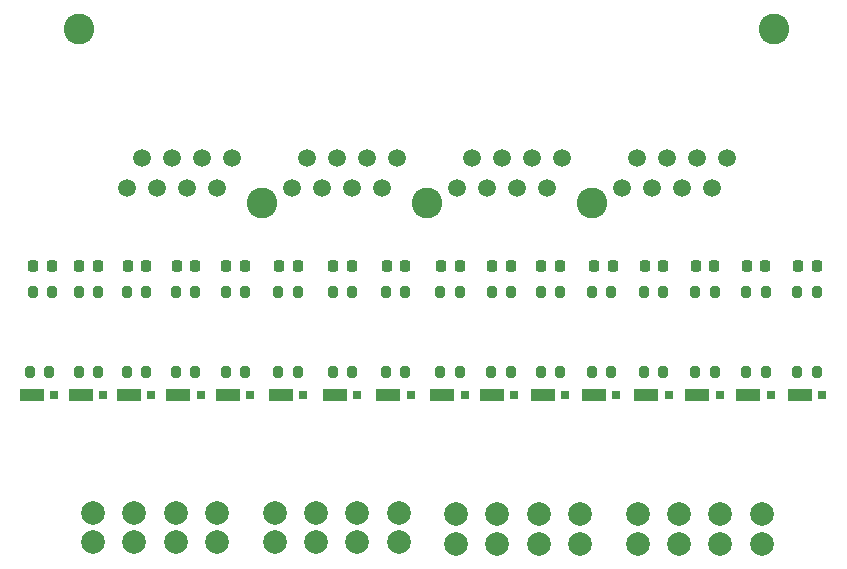
<source format=gtp>
G04 #@! TF.GenerationSoftware,KiCad,Pcbnew,(6.0.9)*
G04 #@! TF.CreationDate,2023-11-10T22:20:43+05:30*
G04 #@! TF.ProjectId,RJ45-To-Terminal,524a3435-2d54-46f2-9d54-65726d696e61,2*
G04 #@! TF.SameCoordinates,Original*
G04 #@! TF.FileFunction,Paste,Top*
G04 #@! TF.FilePolarity,Positive*
%FSLAX46Y46*%
G04 Gerber Fmt 4.6, Leading zero omitted, Abs format (unit mm)*
G04 Created by KiCad (PCBNEW (6.0.9)) date 2023-11-10 22:20:43*
%MOMM*%
%LPD*%
G01*
G04 APERTURE LIST*
G04 Aperture macros list*
%AMRoundRect*
0 Rectangle with rounded corners*
0 $1 Rounding radius*
0 $2 $3 $4 $5 $6 $7 $8 $9 X,Y pos of 4 corners*
0 Add a 4 corners polygon primitive as box body*
4,1,4,$2,$3,$4,$5,$6,$7,$8,$9,$2,$3,0*
0 Add four circle primitives for the rounded corners*
1,1,$1+$1,$2,$3*
1,1,$1+$1,$4,$5*
1,1,$1+$1,$6,$7*
1,1,$1+$1,$8,$9*
0 Add four rect primitives between the rounded corners*
20,1,$1+$1,$2,$3,$4,$5,0*
20,1,$1+$1,$4,$5,$6,$7,0*
20,1,$1+$1,$6,$7,$8,$9,0*
20,1,$1+$1,$8,$9,$2,$3,0*%
G04 Aperture macros list end*
%ADD10C,2.600000*%
%ADD11C,1.500000*%
%ADD12RoundRect,0.218750X0.218750X0.256250X-0.218750X0.256250X-0.218750X-0.256250X0.218750X-0.256250X0*%
%ADD13RoundRect,0.200000X-0.200000X-0.275000X0.200000X-0.275000X0.200000X0.275000X-0.200000X0.275000X0*%
%ADD14C,2.000000*%
%ADD15R,2.000000X1.100000*%
%ADD16R,0.800000X0.800000*%
G04 APERTURE END LIST*
D10*
X163728400Y-83209400D03*
X149758400Y-83209400D03*
X179158400Y-68479400D03*
X120358400Y-68479400D03*
X135788400Y-83209400D03*
D11*
X124358400Y-81939400D03*
X125628400Y-79399400D03*
X126898400Y-81939400D03*
X128168400Y-79399400D03*
X129438400Y-81939400D03*
X130708400Y-79399400D03*
X131978400Y-81939400D03*
X133248400Y-79399400D03*
X138328400Y-81939400D03*
X139598400Y-79399400D03*
X140868400Y-81939400D03*
X142138400Y-79399400D03*
X143408400Y-81939400D03*
X144678400Y-79399400D03*
X145948400Y-81939400D03*
X147218400Y-79399400D03*
X152298400Y-81939400D03*
X153568400Y-79399400D03*
X154838400Y-81939400D03*
X156108400Y-79399400D03*
X157378400Y-81939400D03*
X158648400Y-79399400D03*
X159918400Y-81939400D03*
X161188400Y-79399400D03*
X166268400Y-81939400D03*
X167538400Y-79399400D03*
X168808400Y-81939400D03*
X170078400Y-79399400D03*
X171348400Y-81939400D03*
X172618400Y-79399400D03*
X173888400Y-81939400D03*
X175158400Y-79399400D03*
D12*
X138836500Y-88519000D03*
X137261500Y-88519000D03*
D13*
X150893000Y-97468400D03*
X152543000Y-97468400D03*
D14*
X131996000Y-111937300D03*
X131996000Y-109437300D03*
X128496000Y-111937300D03*
X128496000Y-109437300D03*
X124996000Y-111937300D03*
X124996000Y-109437300D03*
X121496000Y-111937300D03*
X121496000Y-109437300D03*
D15*
X141982150Y-99441000D03*
D16*
X143882150Y-99441000D03*
D14*
X147388400Y-111937300D03*
X147388400Y-109437300D03*
X143888400Y-111937300D03*
X143888400Y-109437300D03*
X140388400Y-111937300D03*
X140388400Y-109437300D03*
X136888400Y-111937300D03*
X136888400Y-109437300D03*
D15*
X159607000Y-99441000D03*
D16*
X161507000Y-99441000D03*
D12*
X182767300Y-88519000D03*
X181192300Y-88519000D03*
D15*
X168339300Y-99441000D03*
D16*
X170239300Y-99441000D03*
D12*
X156881800Y-88519000D03*
X155306800Y-88519000D03*
D13*
X146313500Y-90721700D03*
X147963500Y-90721700D03*
X128533500Y-97468400D03*
X130183500Y-97468400D03*
D12*
X134357000Y-88519000D03*
X132782000Y-88519000D03*
D13*
X159409500Y-97468400D03*
X161059500Y-97468400D03*
D12*
X147946000Y-88519000D03*
X146371000Y-88519000D03*
D13*
X159417000Y-90721700D03*
X161067000Y-90721700D03*
D12*
X169781800Y-88519000D03*
X168206800Y-88519000D03*
X178441000Y-88519000D03*
X176866000Y-88519000D03*
D15*
X172680500Y-99441000D03*
D16*
X174580500Y-99441000D03*
D13*
X155249300Y-90721700D03*
X156899300Y-90721700D03*
D12*
X143408500Y-88519000D03*
X141833500Y-88519000D03*
D15*
X124540000Y-99441000D03*
D16*
X126440000Y-99441000D03*
D13*
X155241800Y-97468400D03*
X156891800Y-97468400D03*
X124342500Y-90721700D03*
X125992500Y-90721700D03*
X137210500Y-97468400D03*
X138860500Y-97468400D03*
D12*
X126009500Y-88519000D03*
X124434500Y-88519000D03*
D13*
X116401400Y-90721700D03*
X118051400Y-90721700D03*
X124342500Y-97468400D03*
X125992500Y-97468400D03*
D12*
X161049500Y-88519000D03*
X159474500Y-88519000D03*
X174123000Y-88519000D03*
X172548000Y-88519000D03*
D13*
X128533500Y-90721700D03*
X130183500Y-90721700D03*
X141784650Y-97468400D03*
X143434650Y-97468400D03*
D15*
X132922000Y-99441000D03*
D16*
X134822000Y-99441000D03*
D12*
X121911000Y-88519000D03*
X120336000Y-88519000D03*
D13*
X176808500Y-90721700D03*
X178458500Y-90721700D03*
X181127300Y-97468400D03*
X182777300Y-97468400D03*
X132724500Y-97468400D03*
X134374500Y-97468400D03*
X146313500Y-97468400D03*
X147963500Y-97468400D03*
X137210500Y-90721700D03*
X138860500Y-90721700D03*
D12*
X152552500Y-88519000D03*
X150977500Y-88519000D03*
X118033900Y-88519000D03*
X116458900Y-88519000D03*
D13*
X163720000Y-97468400D03*
X165370000Y-97468400D03*
X168141800Y-97468400D03*
X169791800Y-97468400D03*
X172490500Y-90721700D03*
X174140500Y-90721700D03*
D15*
X146511000Y-99441000D03*
D16*
X148411000Y-99441000D03*
D13*
X163727500Y-90721700D03*
X165377500Y-90721700D03*
D15*
X176998500Y-99441000D03*
D16*
X178898500Y-99441000D03*
D15*
X155290500Y-99441000D03*
D16*
X157190500Y-99441000D03*
D15*
X120476000Y-99441000D03*
D16*
X122376000Y-99441000D03*
D13*
X181134800Y-90721700D03*
X182784800Y-90721700D03*
D15*
X128731000Y-99441000D03*
D16*
X130631000Y-99441000D03*
D13*
X141784650Y-90721700D03*
X143434650Y-90721700D03*
X150900500Y-90721700D03*
X152550500Y-90721700D03*
D14*
X178122400Y-112038900D03*
X178122400Y-109538900D03*
X174622400Y-112038900D03*
X174622400Y-109538900D03*
X171122400Y-112038900D03*
X171122400Y-109538900D03*
X167622400Y-112038900D03*
X167622400Y-109538900D03*
X162730000Y-112038900D03*
X162730000Y-109538900D03*
X159230000Y-112038900D03*
X159230000Y-109538900D03*
X155730000Y-112038900D03*
X155730000Y-109538900D03*
X152230000Y-112038900D03*
X152230000Y-109538900D03*
D13*
X132724500Y-90721700D03*
X134374500Y-90721700D03*
X116142000Y-97468400D03*
X117792000Y-97468400D03*
X120278500Y-90721700D03*
X121928500Y-90721700D03*
D15*
X151090500Y-99441000D03*
D16*
X152990500Y-99441000D03*
D15*
X137408000Y-99441000D03*
D16*
X139308000Y-99441000D03*
D13*
X168149300Y-90721700D03*
X169799300Y-90721700D03*
D12*
X165506500Y-88519000D03*
X163931500Y-88519000D03*
X130166000Y-88519000D03*
X128591000Y-88519000D03*
D13*
X176801000Y-97468400D03*
X178451000Y-97468400D03*
D15*
X116339500Y-99441000D03*
D16*
X118239500Y-99441000D03*
D13*
X120278500Y-97468400D03*
X121928500Y-97468400D03*
X172483000Y-97468400D03*
X174133000Y-97468400D03*
D15*
X181324800Y-99441000D03*
D16*
X183224800Y-99441000D03*
D15*
X163917500Y-99441000D03*
D16*
X165817500Y-99441000D03*
M02*

</source>
